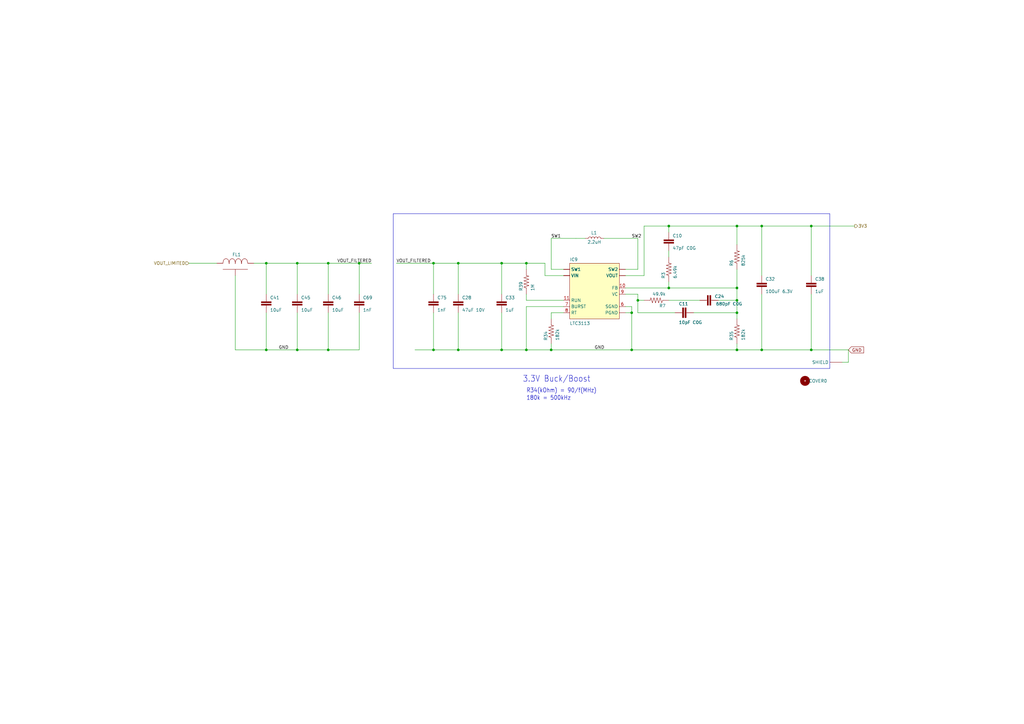
<source format=kicad_sch>
(kicad_sch (version 20250114) (generator "eeschema") (generator_version "9.0")
  (paper "A3")
  (title_block (title "Loriques") (date "2025-07-11") (rev "A"))
  (lib_symbols
    (symbol "Device:L" (pin_numbers (hide yes)) (pin_names (offset 1.016) (hide yes))
      (property "Reference" "L" (at -1.27 0 90))
      (property "Value" "L" (at 1.905 0 90))
      (symbol "L_0_1"
        (arc (start 0 2.54) (mid 0.6323 1.905) (end 0 1.27))
        (arc (start 0 1.27) (mid 0.6323 0.635) (end 0 0))
        (arc (start 0 0) (mid 0.6323 -0.635) (end 0 -1.27))
        (arc (start 0 -1.27) (mid 0.6323 -1.905) (end 0 -2.54))
      )
      (symbol "L_1_1"
        (pin passive line (at 0 3.81 270) (length 1.27) (name "1") (number "1"))
        (pin passive line (at 0 -3.81 90) (length 1.27) (name "2") (number "2"))
      )
    )
    (symbol "Loriques:BULLET"
      (property "Reference" "-" (at 1.524 -0.762 0))
      (symbol "BULLET_1_0"
        (circle (center 0 0) (radius 0.254) (stroke (width 1.778)))
      )
    )
    (symbol "Loriques:CAP"
      (property "Reference" "C" (at 1.524 2.921 0))
      (symbol "CAP_1_0"
        (rectangle (start -2.032 1.524) (end 2.032 2.032) (fill (type outline)))
        (rectangle (start -2.032 0.508) (end 2.032 1.016) (fill (type outline)))
        (polyline (pts (xy 0 2.54) (xy 0 2.032)) (stroke (width 0.1524)))
        (polyline (pts (xy 0 0) (xy 0 0.508)) (stroke (width 0.1524)))
        (pin passive line (at 0 5.08 270) (length 2.54) (name "1") (number "1"))
        (pin passive line (at 0 -2.54 90) (length 2.54) (name "2") (number "2"))
      )
    )
    (symbol "Loriques:CAP0402"
      (property "Reference" "C" (at 1.524 2.921 0))
      (symbol "CAP0402_1_0"
        (rectangle (start -2.032 1.524) (end 2.032 2.032) (fill (type outline)))
        (rectangle (start -2.032 0.508) (end 2.032 1.016) (fill (type outline)))
        (polyline (pts (xy 0 2.54) (xy 0 2.032)) (stroke (width 0.1524)))
        (polyline (pts (xy 0 0) (xy 0 0.508)) (stroke (width 0.1524)))
        (pin passive line (at 0 5.08 270) (length 2.54) (name "1") (number "1"))
        (pin passive line (at 0 -2.54 90) (length 2.54) (name "2") (number "2"))
      )
    )
    (symbol "Loriques:CAP0603"
      (property "Reference" "C" (at 1.524 2.921 0))
      (symbol "CAP0603_1_0"
        (rectangle (start -2.032 1.524) (end 2.032 2.032) (fill (type outline)))
        (rectangle (start -2.032 0.508) (end 2.032 1.016) (fill (type outline)))
        (polyline (pts (xy 0 2.54) (xy 0 2.032)) (stroke (width 0.1524)))
        (polyline (pts (xy 0 0) (xy 0 0.508)) (stroke (width 0.1524)))
        (pin passive line (at 0 5.08 270) (length 2.54) (name "1") (number "1"))
        (pin passive line (at 0 -2.54 90) (length 2.54) (name "2") (number "2"))
      )
    )
    (symbol "Loriques:CAP1206"
      (property "Reference" "C" (at 1.524 2.921 0))
      (symbol "CAP1206_1_0"
        (rectangle (start -2.032 1.524) (end 2.032 2.032) (fill (type outline)))
        (rectangle (start -2.032 0.508) (end 2.032 1.016) (fill (type outline)))
        (polyline (pts (xy 0 2.54) (xy 0 2.032)) (stroke (width 0.1524)))
        (polyline (pts (xy 0 0) (xy 0 0.508)) (stroke (width 0.1524)))
        (pin passive line (at 0 5.08 270) (length 2.54) (name "1") (number "1"))
        (pin passive line (at 0 -2.54 90) (length 2.54) (name "2") (number "2"))
      )
    )
    (symbol "Loriques:LTC3113"
      (property "Reference" "IC" (at -10.16 10.922 0))
      (property "Value" "LTC3113" (at -10.16 -15.24 0))
      (symbol "LTC3113_1_0"
        (pin bidirectional line (at -12.7 7.62 0) (length 2.54) (name "SW1") (number "12"))
        (pin bidirectional line (at -12.7 7.62 0) (length 2.54) (name "SW1") (number "13"))
        (pin bidirectional line (at -12.7 7.62 0) (length 2.54) (name "SW1") (number "14"))
        (pin bidirectional line (at -12.7 5.08 0) (length 2.54) (name "VIN") (number "3"))
        (pin bidirectional line (at -12.7 5.08 0) (length 2.54) (name "VIN") (number "4"))
        (pin bidirectional line (at -12.7 5.08 0) (length 2.54) (name "VIN") (number "5"))
        (pin bidirectional line (at -12.7 -5.08 0) (length 2.54) (name "RUN") (number "11"))
        (pin bidirectional line (at -12.7 -7.62 0) (length 2.54) (name "BURST") (number "7"))
        (pin bidirectional line (at -12.7 -10.16 0) (length 2.54) (name "RT") (number "8"))
        (pin bidirectional line (at 12.7 7.62 180) (length 2.54) (name "SW2") (number "15"))
        (pin bidirectional line (at 12.7 7.62 180) (length 2.54) (name "SW2") (number "16"))
        (pin bidirectional line (at 12.7 5.08 180) (length 2.54) (name "VOUT") (number "1"))
        (pin bidirectional line (at 12.7 5.08 180) (length 2.54) (name "VOUT") (number "2"))
        (pin bidirectional line (at 12.7 0 180) (length 2.54) (name "FB") (number "10"))
        (pin bidirectional line (at 12.7 -2.54 180) (length 2.54) (name "VC") (number "9"))
        (pin bidirectional line (at 12.7 -7.62 180) (length 2.54) (name "SGND") (number "6"))
        (pin bidirectional line (at 12.7 -10.16 180) (length 2.54) (name "PGND") (number "17"))
      )
      (symbol "LTC3113_1_1"
        (rectangle (start -10.16 10.16) (end 10.16 -12.7) (fill (type background)))
      )
    )
    (symbol "Loriques:MS288-10F"
      (symbol "MS288-10F_1_0"
        (pin bidirectional line (at -5.08 0 0) (length 5.08) (name "SHIELD") (number "1"))
      )
    )
    (symbol "Loriques:RESISTOR0402-RES"
      (property "Reference" "R" (at -3.81 1.4986 0))
      (symbol "RESISTOR0402-RES_1_0"
        (polyline (pts (xy -2.54 0) (xy -2.159 1.016)) (stroke (width 0.1524)))
        (polyline (pts (xy -2.159 1.016) (xy -1.524 -1.016)) (stroke (width 0.1524)))
        (polyline (pts (xy -1.524 -1.016) (xy -0.889 1.016)) (stroke (width 0.1524)))
        (polyline (pts (xy -0.889 1.016) (xy -0.254 -1.016)) (stroke (width 0.1524)))
        (polyline (pts (xy -0.254 -1.016) (xy 0.381 1.016)) (stroke (width 0.1524)))
        (polyline (pts (xy 0.381 1.016) (xy 1.016 -1.016)) (stroke (width 0.1524)))
        (polyline (pts (xy 1.016 -1.016) (xy 1.651 1.016)) (stroke (width 0.1524)))
        (polyline (pts (xy 1.651 1.016) (xy 2.286 -1.016)) (stroke (width 0.1524)))
        (polyline (pts (xy 2.286 -1.016) (xy 2.54 0)) (stroke (width 0.1524)))
        (pin passive line (at -5.08 0 0) (length 2.54) (name "1") (number "1"))
        (pin passive line (at 5.08 0 180) (length 2.54) (name "2") (number "2"))
      )
    )
    (symbol "Loriques:YFF31HC2A104MT000N"
      (property "Reference" "FL" (at -4.7244 2.1336 0))
      (symbol "YFF31HC2A104MT000N_1_0"
        (arc (start 4.9022 0.8382) (mid 4.9944 0.458) (end 5.08 0.0762) (stroke (width 0.1524)))
        (polyline (pts (xy -7.62 0) (xy -5.08 0)) (stroke (width 0.1524)))
        (arc (start -2.7178 0.8382) (mid -2.5911 0.3368) (end -2.54 -0.1778) (stroke (width 0.1524)))
        (polyline (pts (xy -5.08 -2.54) (xy 5.08 -2.54)) (stroke (width 0.1524)))
        (arc (start -3.81 1.8542) (mid -3.0814 1.5423) (end -2.7177 0.8382) (stroke (width 0.1524)))
        (arc (start -4.9276 0.8382) (mid -4.5486 1.5441) (end -3.8099 1.8542) (stroke (width 0.1524)))
        (arc (start -0.1778 0.8382) (mid -0.0511 0.3368) (end 0 -0.1778) (stroke (width 0.1524)))
        (arc (start -2.54 -0.1778) (mid -2.561 -0.0888) (end -2.54 0.0001))
        (arc (start -1.27 1.8542) (mid -0.5414 1.5423) (end -0.1777 0.8382) (stroke (width 0.1524)))
        (arc (start -2.3876 0.8382) (mid -2.0086 1.5441) (end -1.2699 1.8542) (stroke (width 0.1524)))
        (arc (start -5.08 0) (mid -5.0258 0.4231) (end -4.9276 0.8382) (stroke (width 0.1524)))
        (arc (start 2.3622 0.8382) (mid 2.4889 0.3368) (end 2.54 -0.1778) (stroke (width 0.1524)))
        (arc (start 0 -0.1778) (mid -0.0208 -0.0889) (end 0 0))
        (arc (start 1.27 1.8542) (mid 1.9985 1.5422) (end 2.3622 0.8381) (stroke (width 0.1524)))
        (arc (start 0.1524 0.8382) (mid 0.5313 1.544) (end 1.27 1.8541) (stroke (width 0.1524)))
        (arc (start -2.54 0) (mid -2.4858 0.4231) (end -2.3876 0.8382) (stroke (width 0.1524)))
        (arc (start 2.54 -0.1778) (mid 2.5197 -0.089) (end 2.54 0))
        (arc (start 3.81 1.8542) (mid 4.5385 1.5423) (end 4.9022 0.8381) (stroke (width 0.1524)))
        (arc (start 2.6924 0.8382) (mid 3.0714 1.5438) (end 3.81 1.8541) (stroke (width 0.1524)))
        (arc (start 0 0) (mid 0.0542 0.4231) (end 0.1524 0.8382) (stroke (width 0.1524)))
        (polyline (pts (xy 5.08 0) (xy 7.62 0)) (stroke (width 0.1524)))
        (arc (start 2.54 0) (mid 2.5942 0.4231) (end 2.6924 0.8382) (stroke (width 0.1524)))
        (pin passive line (at -7.62 0 0) (length 2.54) (name "1") (number "1"))
        (pin passive line (at 0 -5.08 90) (length 2.54) (name "GND") (number "GND"))
        (pin passive line (at 7.62 0 180) (length 2.54) (name "2") (number "3"))
      )
    )
  )
  (rectangle (start 161.29 87.63) (end 340.36 151.13))
  (text "180k = 500kHz" (at 215.9 164.338 0) (effects (font (size 1.778 1.5113)) (justify left bottom)))
  (text "R34(kOhm) = 90/f(MHz)" (at 215.9 161.29 0) (effects (font (size 1.778 1.5113)) (justify left bottom)))
  (text "3.3V Buck/Boost" (at 214.376 156.972 0) (effects (font (size 2.54 2.159)) (justify left bottom)))
  (junction (at 312.42 92.71))
  (junction (at 302.26 123.19))
  (junction (at 121.92 143.51))
  (junction (at 302.26 92.71))
  (junction (at 134.62 107.95))
  (junction (at 226.06 143.51))
  (junction (at 121.92 107.95))
  (junction (at 109.22 107.95))
  (junction (at 147.32 107.95))
  (junction (at 259.08 128.27))
  (junction (at 215.9 143.51))
  (junction (at 215.9 107.95))
  (junction (at 177.8 107.95))
  (junction (at 134.62 143.51))
  (junction (at 302.26 143.51))
  (junction (at 274.32 118.11))
  (junction (at 187.96 143.51))
  (junction (at 302.26 118.11))
  (junction (at 259.08 143.51))
  (junction (at 312.42 143.51))
  (junction (at 187.96 107.95))
  (junction (at 109.22 143.51))
  (junction (at 205.74 107.95))
  (junction (at 205.74 143.51))
  (junction (at 302.26 128.27))
  (junction (at 177.8 143.51))
  (junction (at 332.74 143.51))
  (junction (at 332.74 92.71))
  (junction (at 274.32 92.71))
  (junction (at 261.62 123.19))
  (wire (pts (xy 205.74 120.65) (xy 205.74 107.95)) (stroke (width 0.1524)))
  (wire (pts (xy 332.74 92.71) (xy 312.42 92.71)) (stroke (width 0.1524)))
  (wire (pts (xy 347.98 143.51) (xy 332.74 143.51)) (stroke (width 0.1524)))
  (wire (pts (xy 104.14 107.95) (xy 109.22 107.95)) (stroke (width 0.1524)))
  (wire (pts (xy 231.14 123.19) (xy 215.9 123.19)) (stroke (width 0.1524)))
  (wire (pts (xy 302.26 123.19) (xy 302.26 118.11)) (stroke (width 0.1524)))
  (wire (pts (xy 302.26 140.97) (xy 302.26 143.51)) (stroke (width 0.1524)))
  (wire (pts (xy 345.44 148.59) (xy 347.98 148.59)) (stroke (width 0.1524)))
  (wire (pts (xy 187.96 107.95) (xy 177.8 107.95)) (stroke (width 0.1524)))
  (wire (pts (xy 247.65 97.79) (xy 261.62 97.79)) (stroke (width 0.1524)))
  (wire (pts (xy 347.98 148.59) (xy 347.98 143.51)) (stroke (width 0.1524)))
  (wire (pts (xy 274.32 118.11) (xy 302.26 118.11)) (stroke (width 0.1524)))
  (wire (pts (xy 274.32 102.87) (xy 274.32 105.41)) (stroke (width 0.1524)))
  (wire (pts (xy 109.22 120.65) (xy 109.22 107.95)) (stroke (width 0.1524)))
  (wire (pts (xy 302.26 92.71) (xy 312.42 92.71)) (stroke (width 0.1524)))
  (wire (pts (xy 302.26 118.11) (xy 302.26 110.49)) (stroke (width 0.1524)))
  (wire (pts (xy 226.06 143.51) (xy 259.08 143.51)) (stroke (width 0.1524)))
  (wire (pts (xy 223.52 107.95) (xy 215.9 107.95)) (stroke (width 0.1524)))
  (wire (pts (xy 121.92 128.27) (xy 121.92 143.51)) (stroke (width 0.1524)))
  (wire (pts (xy 231.14 113.03) (xy 223.52 113.03)) (stroke (width 0.1524)))
  (wire (pts (xy 170.18 143.51) (xy 177.8 143.51)) (stroke (width 0.1524)))
  (wire (pts (xy 312.42 143.51) (xy 302.26 143.51)) (stroke (width 0.1524)))
  (wire (pts (xy 187.96 107.95) (xy 187.96 120.65)) (stroke (width 0.1524)))
  (wire (pts (xy 312.42 113.03) (xy 312.42 92.71)) (stroke (width 0.1524)))
  (wire (pts (xy 223.52 113.03) (xy 223.52 107.95)) (stroke (width 0.1524)))
  (wire (pts (xy 147.32 143.51) (xy 134.62 143.51)) (stroke (width 0.1524)))
  (wire (pts (xy 264.16 92.71) (xy 274.32 92.71)) (stroke (width 0.1524)))
  (wire (pts (xy 332.74 92.71) (xy 350.52 92.71)) (stroke (width 0.1524)))
  (wire (pts (xy 177.8 120.65) (xy 177.8 107.95)) (stroke (width 0.1524)))
  (wire (pts (xy 187.96 143.51) (xy 205.74 143.51)) (stroke (width 0.1524)))
  (wire (pts (xy 261.62 123.19) (xy 264.16 123.19)) (stroke (width 0.1524)))
  (wire (pts (xy 274.32 123.19) (xy 287.02 123.19)) (stroke (width 0.1524)))
  (wire (pts (xy 215.9 143.51) (xy 226.06 143.51)) (stroke (width 0.1524)))
  (wire (pts (xy 226.06 128.27) (xy 226.06 130.81)) (stroke (width 0.1524)))
  (wire (pts (xy 274.32 95.25) (xy 274.32 92.71)) (stroke (width 0.1524)))
  (wire (pts (xy 302.26 100.33) (xy 302.26 92.71)) (stroke (width 0.1524)))
  (wire (pts (xy 276.86 128.27) (xy 261.62 128.27)) (stroke (width 0.1524)))
  (wire (pts (xy 215.9 110.49) (xy 215.9 107.95)) (stroke (width 0.1524)))
  (wire (pts (xy 231.14 128.27) (xy 226.06 128.27)) (stroke (width 0.1524)))
  (wire (pts (xy 256.54 113.03) (xy 264.16 113.03)) (stroke (width 0.1524)))
  (wire (pts (xy 259.08 128.27) (xy 259.08 143.51)) (stroke (width 0.1524)))
  (wire (pts (xy 256.54 118.11) (xy 274.32 118.11)) (stroke (width 0.1524)))
  (wire (pts (xy 284.48 128.27) (xy 302.26 128.27)) (stroke (width 0.1524)))
  (wire (pts (xy 302.26 143.51) (xy 259.08 143.51)) (stroke (width 0.1524)))
  (wire (pts (xy 121.92 143.51) (xy 109.22 143.51)) (stroke (width 0.1524)))
  (wire (pts (xy 261.62 110.49) (xy 261.62 97.79)) (stroke (width 0.1524)))
  (wire (pts (xy 312.42 120.65) (xy 312.42 143.51)) (stroke (width 0.1524)))
  (wire (pts (xy 226.06 110.49) (xy 226.06 97.79)) (stroke (width 0.1524)))
  (wire (pts (xy 109.22 143.51) (xy 96.52 143.51)) (stroke (width 0.1524)))
  (wire (pts (xy 147.32 107.95) (xy 152.4 107.95)) (stroke (width 0.1524)))
  (wire (pts (xy 259.08 125.73) (xy 259.08 128.27)) (stroke (width 0.1524)))
  (wire (pts (xy 261.62 120.65) (xy 261.62 123.19)) (stroke (width 0.1524)))
  (wire (pts (xy 205.74 143.51) (xy 215.9 143.51)) (stroke (width 0.1524)))
  (wire (pts (xy 261.62 128.27) (xy 261.62 123.19)) (stroke (width 0.1524)))
  (wire (pts (xy 96.52 143.51) (xy 96.52 113.03)) (stroke (width 0.1524)))
  (wire (pts (xy 177.8 143.51) (xy 187.96 143.51)) (stroke (width 0.1524)))
  (wire (pts (xy 294.64 123.19) (xy 302.26 123.19)) (stroke (width 0.1524)))
  (wire (pts (xy 302.26 128.27) (xy 302.26 123.19)) (stroke (width 0.1524)))
  (wire (pts (xy 274.32 118.11) (xy 274.32 115.57)) (stroke (width 0.1524)))
  (wire (pts (xy 256.54 120.65) (xy 261.62 120.65)) (stroke (width 0.1524)))
  (wire (pts (xy 332.74 113.03) (xy 332.74 92.71)) (stroke (width 0.1524)))
  (wire (pts (xy 264.16 113.03) (xy 264.16 92.71)) (stroke (width 0.1524)))
  (wire (pts (xy 215.9 123.19) (xy 215.9 120.65)) (stroke (width 0.1524)))
  (wire (pts (xy 231.14 110.49) (xy 226.06 110.49)) (stroke (width 0.1524)))
  (wire (pts (xy 134.62 143.51) (xy 121.92 143.51)) (stroke (width 0.1524)))
  (wire (pts (xy 236.22 97.79) (xy 240.03 97.79)))
  (wire (pts (xy 177.8 128.27) (xy 177.8 143.51)) (stroke (width 0.1524)))
  (wire (pts (xy 134.62 107.95) (xy 147.32 107.95)) (stroke (width 0.1524)))
  (wire (pts (xy 332.74 143.51) (xy 312.42 143.51)) (stroke (width 0.1524)))
  (wire (pts (xy 77.47 107.95) (xy 88.9 107.95)))
  (wire (pts (xy 134.62 128.27) (xy 134.62 143.51)) (stroke (width 0.1524)))
  (wire (pts (xy 177.8 107.95) (xy 162.56 107.95)) (stroke (width 0.1524)))
  (wire (pts (xy 109.22 128.27) (xy 109.22 143.51)) (stroke (width 0.1524)))
  (wire (pts (xy 215.9 125.73) (xy 215.9 143.51)) (stroke (width 0.1524)))
  (wire (pts (xy 215.9 107.95) (xy 205.74 107.95)) (stroke (width 0.1524)))
  (wire (pts (xy 226.06 140.97) (xy 226.06 143.51)) (stroke (width 0.1524)))
  (wire (pts (xy 147.32 128.27) (xy 147.32 143.51)) (stroke (width 0.1524)))
  (wire (pts (xy 121.92 107.95) (xy 134.62 107.95)) (stroke (width 0.1524)))
  (wire (pts (xy 256.54 125.73) (xy 259.08 125.73)) (stroke (width 0.1524)))
  (wire (pts (xy 147.32 120.65) (xy 147.32 107.95)) (stroke (width 0.1524)))
  (wire (pts (xy 109.22 107.95) (xy 121.92 107.95)) (stroke (width 0.1524)))
  (wire (pts (xy 256.54 128.27) (xy 259.08 128.27)) (stroke (width 0.1524)))
  (wire (pts (xy 121.92 120.65) (xy 121.92 107.95)) (stroke (width 0.1524)))
  (wire (pts (xy 205.74 107.95) (xy 187.96 107.95)) (stroke (width 0.1524)))
  (wire (pts (xy 302.26 130.81) (xy 302.26 128.27)) (stroke (width 0.1524)))
  (wire (pts (xy 205.74 128.27) (xy 205.74 143.51)) (stroke (width 0.1524)))
  (wire (pts (xy 231.14 125.73) (xy 215.9 125.73)) (stroke (width 0.1524)))
  (wire (pts (xy 274.32 92.71) (xy 302.26 92.71)) (stroke (width 0.1524)))
  (wire (pts (xy 134.62 120.65) (xy 134.62 107.95)) (stroke (width 0.1524)))
  (wire (pts (xy 256.54 110.49) (xy 261.62 110.49)) (stroke (width 0.1524)))
  (wire (pts (xy 226.06 97.79) (xy 236.22 97.79)) (stroke (width 0.1524)))
  (wire (pts (xy 187.96 128.27) (xy 187.96 143.51)) (stroke (width 0.1524)))
  (wire (pts (xy 332.74 120.65) (xy 332.74 143.51)) (stroke (width 0.1524)))
  (label "GND" (at 114.3 143.51 0))
  (label "SW2" (at 259.08 97.79 0) (effects (font (size 1.2446 1.2446))))
  (label "VOUT_FILTERED" (at 152.4 107.95 180) (effects (font (size 1.2446 1.2446))))
  (label "SW1" (at 226.06 97.79 0) (effects (font (size 1.2446 1.2446))))
  (label "GND" (at 243.84 143.51 0))
  (label "VOUT_FILTERED" (at 162.56 107.95 0) (effects (font (size 1.2446 1.2446))))
  (global_label "GND" (shape input) (at 347.98 143.51 0) (property "Intersheetrefs" "${INTERSHEET_REFS}" (effects (hide yes))))
  (hierarchical_label "VOUT_LIMITED" (shape input) (at 77.47 107.95 180))
  (hierarchical_label "3V3" (shape output) (at 350.52 92.71 0))
  (symbol (lib_id "Loriques:CAP1206") (at 134.62 125.73 0) (unit 1)
    (property "Reference" "C46" (at 136.144 122.809 0) (effects (justify left bottom)))
    (property "Value" "10uF" (at 136.144 127.889 0) (effects (justify left bottom)))
    (property "Footprint" "Capacitor_SMD:C_1206_3216Metric" (effects (hide yes)))
    (property "Description" "Capacitor Standard 0603 ceramic capacitor, and 0.1\" leaded capacitor." (effects (hide yes)))
    (property "DK" "1276-3105-1-ND" (effects (hide yes)))
    (property "PARTNO" "CL31B106KOHNNWE" (effects (hide yes)))
  )
  (symbol (lib_id "Loriques:RESISTOR0402-RES") (at 302.26 105.41 90) (unit 1)
    (property "Reference" "R6" (at 300.7614 109.22 0) (effects (justify left bottom)))
    (property "Value" "825k" (at 305.562 109.22 0) (effects (justify left bottom)))
    (property "Footprint" "Resistor_SMD:R_0402_1005Metric" (effects (hide yes)))
    (property "Description" "Resistor Basic schematic elements and footprints for 0603, 1206, and PTH resistors." (effects (hide yes)))
    (property "PARTNO" "RC0402FR-07825KL" (effects (hide yes)))
  )
  (symbol (lib_id "Loriques:CAP0402") (at 274.32 100.33 0) (unit 1)
    (property "Reference" "C10" (at 275.844 97.409 0) (effects (justify left bottom)))
    (property "Value" "47pF C0G" (at 275.844 102.489 0) (effects (justify left bottom)))
    (property "Footprint" "Capacitor_SMD:C_0402_1005Metric" (effects (hide yes)))
    (property "Description" "Capacitor Standard 0603 ceramic capacitor, and 0.1\" leaded capacitor." (effects (hide yes)))
    (property "DK" "445-1243-1-ND" (effects (hide yes)))
    (property "PARTNO" "C1005C0G1H470J050BA" (effects (hide yes)))
  )
  (symbol (lib_id "Loriques:RESISTOR0402-RES") (at 215.9 115.57 90) (unit 1)
    (property "Reference" "R39" (at 214.4014 119.38 0) (effects (justify left bottom)))
    (property "Value" "1M" (at 219.202 119.38 0) (effects (justify left bottom)))
    (property "Footprint" "Resistor_SMD:R_0402_1005Metric" (effects (hide yes)))
    (property "Description" "Resistor Basic schematic elements and footprints for 0603, 1206, and PTH resistors." (effects (hide yes)))
    (property "DK" "541-3965-1-ND" (effects (hide yes)))
    (property "PARTNO" "CRCW04021M00FKEDC" (effects (hide yes)))
  )
  (symbol (lib_id "Loriques:YFF31HC2A104MT000N") (at 96.52 107.95 0) (unit 1)
    (property "Reference" "FL1" (at 95.25 105.156 0) (effects (justify left bottom)))
    (property "Value" "YFF31HC2A104MT000N" (effects (hide yes)))
    (property "Footprint" "Loriques:YFF31HC2A104MT000N" (effects (hide yes)))
    (property "Description" "0.1µF Feed Through Capacitor 100V 10A 1.5mOhm 1206 (3216 Metric), 4 PC Pad" (effects (hide yes)))
    (property "DK" "445-16151-1-ND" (effects (hide yes)))
    (property "PARTNO" "YFF31HC2A105MT000N" (effects (hide yes)))
  )
  (symbol (lib_id "Loriques:CAP") (at 187.96 125.73 0) (unit 1)
    (property "Reference" "C28" (at 189.484 122.809 0) (effects (justify left bottom)))
    (property "Value" "47uF 10V" (at 189.484 127.889 0) (effects (justify left bottom)))
    (property "Footprint" "Capacitor_SMD:C_1812_4532Metric" (effects (hide yes)))
    (property "Description" "Capacitor Standard 0603 ceramic capacitor, and 0.1\" leaded capacitor." (effects (hide yes)))
    (property "PARTNO" "C4532X5R1A476M280KA" (effects (hide yes)))
  )
  (symbol (lib_id "Loriques:CAP0402") (at 292.1 123.19 90) (unit 1)
    (property "Reference" "C24" (at 293.116 122.301 90) (effects (justify right top)))
    (property "Value" "680pF C0G" (at 293.624 125.349 90) (effects (justify right top)))
    (property "Footprint" "Capacitor_SMD:C_0402_1005Metric" (effects (hide yes)))
    (property "Description" "Capacitor Standard 0603 ceramic capacitor, and 0.1\" leaded capacitor." (effects (hide yes)))
    (property "PARTNO" "CL05C681JB5NNNC" (effects (hide yes)))
  )
  (symbol (lib_id "Loriques:CAP0402") (at 177.8 125.73 0) (unit 1)
    (property "Reference" "C75" (at 179.324 122.809 0) (effects (justify left bottom)))
    (property "Value" "1nF" (at 179.324 127.889 0) (effects (justify left bottom)))
    (property "Footprint" "Capacitor_SMD:C_0402_1005Metric" (effects (hide yes)))
    (property "Description" "Capacitor Standard 0603 ceramic capacitor, and 0.1\" leaded capacitor." (effects (hide yes)))
    (property "DK" "311-1712-1-ND" (effects (hide yes)))
    (property "PARTNO" "CC0402KRX7R8BB102" (effects (hide yes)))
  )
  (symbol (lib_id "Loriques:BULLET") (at 330.2 156.21 0) (unit 1)
    (property "Reference" "COVER0" (at 331.724 156.972 0) (effects (justify left bottom)))
    (property "Value" "BULLET" (effects (hide yes)))
    (property "Footprint" "Loriques:NOTHING" (effects (hide yes)))
    (property "Description" "Bullet point for additional parts in schematic only" (effects (hide yes)))
    (property "DK" "2333-MS288-10C-ND" (effects (hide yes)))
    (property "PARTNO" "MS288-10C" (effects (hide yes)))
  )
  (symbol (lib_id "Loriques:LTC3113") (at 243.84 118.11 0) (unit 1)
    (property "Reference" "IC9" (at 233.68 107.188 0) (effects (justify left bottom)))
    (property "Value" "LTC3113" (at 233.68 133.35 0) (effects (justify left bottom)))
    (property "Footprint" "Loriques:SON50P400X500X80-17T244X434N" (effects (hide yes)))
    (property "Datasheet" "https://www.analog.com/media/en/technical-documentation/data-sheets/3113f.pdf" (effects (hide yes)))
    (property "Description" "Buck-Boost Switching Regulator IC Positive Adjustable 1.8V 1 Output 3A 16-WFDFN Exposed Pad" (effects (hide yes)))
    (property "PARTNO" "LTC3113IDHD#TRPBF" (effects (hide yes)))
    (property "DK" "LTC3113IDHD#TRPBFCT-ND" (effects (hide yes)))
  )
  (symbol (lib_id "Device:L") (at 243.84 97.79 90) (unit 1)
    (property "Reference" "L1" (at 244.856 94.742 90) (effects (justify left bottom)))
    (property "Value" "2.2uH" (at 246.634 98.552 90) (effects (justify left bottom)))
    (property "Footprint" "Loriques:IND_IHLP-2525CZ_VIS" (effects (hide yes)))
    (property "Description" "Inductor" (effects (hide yes)))
    (property "PARTNO" "IHLP2525CZER2R2MA1" (effects (hide yes)))
    (property "DK" "541-IHLP2525CZER2R2MA1CT-ND" (effects (hide yes)))
  )
  (symbol (lib_id "Loriques:CAP0603") (at 332.74 118.11 0) (unit 1)
    (property "Reference" "C38" (at 334.264 115.189 0) (effects (justify left bottom)))
    (property "Value" "1uF" (at 334.264 120.269 0) (effects (justify left bottom)))
    (property "Footprint" "Capacitor_SMD:C_0603_1608Metric" (effects (hide yes)))
    (property "Description" "Capacitor Standard 0603 ceramic capacitor, and 0.1\" leaded capacitor." (effects (hide yes)))
    (property "DK" "1276-1102-1-ND" (effects (hide yes)))
    (property "PARTNO" "CL10A105KA8NNNC" (effects (hide yes)))
  )
  (symbol (lib_id "Loriques:RESISTOR0402-RES") (at 274.32 110.49 90) (unit 1)
    (property "Reference" "R3" (at 272.8214 114.3 0) (effects (justify left bottom)))
    (property "Value" "6.49k" (at 277.622 114.3 0) (effects (justify left bottom)))
    (property "Footprint" "Resistor_SMD:R_0402_1005Metric" (effects (hide yes)))
    (property "Description" "Resistor Basic schematic elements and footprints for 0603, 1206, and PTH resistors." (effects (hide yes)))
    (property "PARTNO" "RMCF0402FT6K49" (effects (hide yes)))
  )
  (symbol (lib_id "Loriques:RESISTOR0402-RES") (at 226.06 135.89 90) (unit 1)
    (property "Reference" "R34" (at 224.5614 139.7 0) (effects (justify left bottom)))
    (property "Value" "182k" (at 229.362 139.7 0) (effects (justify left bottom)))
    (property "Footprint" "Resistor_SMD:R_0402_1005Metric" (effects (hide yes)))
    (property "Description" "Resistor Basic schematic elements and footprints for 0603, 1206, and PTH resistors." (effects (hide yes)))
    (property "DK" "P182KLCT-ND" (effects (hide yes)))
    (property "PARTNO" "ERJ-2RKF1823X" (effects (hide yes)))
  )
  (symbol (lib_id "Loriques:CAP1206") (at 109.22 125.73 0) (unit 1)
    (property "Reference" "C41" (at 110.744 122.809 0) (effects (justify left bottom)))
    (property "Value" "10uF" (at 110.744 127.889 0) (effects (justify left bottom)))
    (property "Footprint" "Capacitor_SMD:C_1206_3216Metric" (effects (hide yes)))
    (property "Description" "Capacitor Standard 0603 ceramic capacitor, and 0.1\" leaded capacitor." (effects (hide yes)))
    (property "DK" "1276-3105-1-ND" (effects (hide yes)))
    (property "PARTNO" "CL31B106KOHNNWE" (effects (hide yes)))
  )
  (symbol (lib_id "Loriques:RESISTOR0402-RES") (at 269.24 123.19 180) (unit 1)
    (property "Reference" "R7" (at 273.05 124.6886 0) (effects (justify left bottom)))
    (property "Value" "49.9k" (at 273.05 119.888 0) (effects (justify left bottom)))
    (property "Footprint" "Resistor_SMD:R_0402_1005Metric" (effects (hide yes)))
    (property "Description" "Resistor Basic schematic elements and footprints for 0603, 1206, and PTH resistors." (effects (hide yes)))
    (property "PARTNO" "RC0402FR-0749K9L" (effects (hide yes)))
  )
  (symbol (lib_id "Loriques:MS288-10F") (at 340.36 148.59 180) (unit 1)
    (property "Reference" "S1" (effects (hide yes)))
    (property "Value" "MS288-10F" (effects (hide yes)))
    (property "Footprint" "Loriques:MS288-10F" (effects (hide yes)))
    (property "Description" "RF Shield Frame 0.764\" (19.40mm) X 1.134\" (28.80mm) - Solder" (effects (hide yes)))
  )
  (symbol (lib_id "Loriques:CAP0402") (at 281.94 128.27 90) (unit 1)
    (property "Reference" "C11" (at 278.384 125.349 90) (effects (justify right top)))
    (property "Value" "10pF C0G" (at 278.384 132.969 90) (effects (justify right top)))
    (property "Footprint" "Capacitor_SMD:C_0402_1005Metric" (effects (hide yes)))
    (property "Description" "Capacitor Standard 0603 ceramic capacitor, and 0.1\" leaded capacitor." (effects (hide yes)))
    (property "PARTNO" "CL05C100DB5NNNC" (effects (hide yes)))
  )
  (symbol (lib_id "Loriques:CAP0402") (at 147.32 125.73 0) (unit 1)
    (property "Reference" "C69" (at 148.844 122.809 0) (effects (justify left bottom)))
    (property "Value" "1nF" (at 148.844 127.889 0) (effects (justify left bottom)))
    (property "Footprint" "Capacitor_SMD:C_0402_1005Metric" (effects (hide yes)))
    (property "Description" "Capacitor Standard 0603 ceramic capacitor, and 0.1\" leaded capacitor." (effects (hide yes)))
    (property "DK" "311-1712-1-ND" (effects (hide yes)))
    (property "PARTNO" "CC0402KRX7R8BB102" (effects (hide yes)))
  )
  (symbol (lib_id "Loriques:CAP") (at 312.42 118.11 0) (unit 1)
    (property "Reference" "C32" (at 313.944 115.189 0) (effects (justify left bottom)))
    (property "Value" "100uF 6.3V" (at 313.944 120.269 0) (effects (justify left bottom)))
    (property "Footprint" "Capacitor_SMD:C_1812_4532Metric" (effects (hide yes)))
    (property "Description" "Capacitor Standard 0603 ceramic capacitor, and 0.1\" leaded capacitor." (effects (hide yes)))
    (property "DK" "445-1413-1-ND" (effects (hide yes)))
    (property "HEIGHT" "3.1" (effects (hide yes)))
    (property "PARTNO" "C4532X5R0J107M280KA" (effects (hide yes)))
  )
  (symbol (lib_id "Loriques:RESISTOR0402-RES") (at 302.26 135.89 90) (unit 1)
    (property "Reference" "R35" (at 300.7614 139.7 0) (effects (justify left bottom)))
    (property "Value" "182k" (at 305.562 139.7 0) (effects (justify left bottom)))
    (property "Footprint" "Resistor_SMD:R_0402_1005Metric" (effects (hide yes)))
    (property "Description" "Resistor Basic schematic elements and footprints for 0603, 1206, and PTH resistors." (effects (hide yes)))
    (property "PARTNO" "RMCF0402FT182K" (effects (hide yes)))
  )
  (symbol (lib_id "Loriques:CAP1206") (at 121.92 125.73 0) (unit 1)
    (property "Reference" "C45" (at 123.444 122.809 0) (effects (justify left bottom)))
    (property "Value" "10uF" (at 123.444 127.889 0) (effects (justify left bottom)))
    (property "Footprint" "Capacitor_SMD:C_1206_3216Metric" (effects (hide yes)))
    (property "Description" "Capacitor Standard 0603 ceramic capacitor, and 0.1\" leaded capacitor." (effects (hide yes)))
    (property "DK" "1276-3105-1-ND" (effects (hide yes)))
    (property "PARTNO" "CL31B106KOHNNWE" (effects (hide yes)))
  )
  (symbol (lib_id "Loriques:CAP0603") (at 205.74 125.73 0) (unit 1)
    (property "Reference" "C33" (at 207.264 122.809 0) (effects (justify left bottom)))
    (property "Value" "1uF" (at 207.264 127.889 0) (effects (justify left bottom)))
    (property "Footprint" "Capacitor_SMD:C_0603_1608Metric" (effects (hide yes)))
    (property "Description" "Capacitor Standard 0603 ceramic capacitor, and 0.1\" leaded capacitor." (effects (hide yes)))
    (property "DK" "1276-1102-1-ND" (effects (hide yes)))
    (property "PARTNO" "CL10A105KA8NNNC" (effects (hide yes)))
  )
)
</source>
